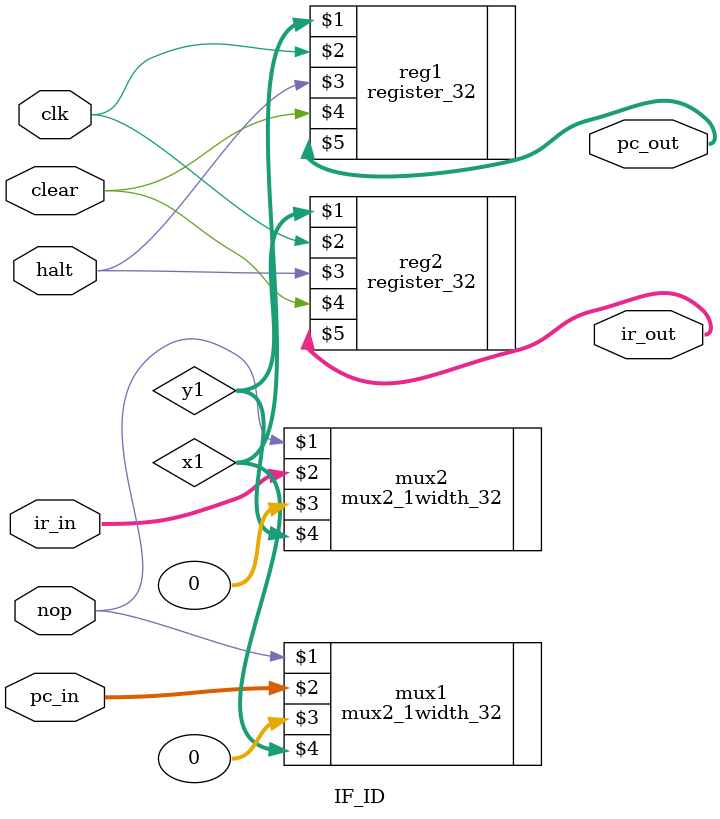
<source format=v>
`timescale 1ns / 1ps


module IF_ID(pc_in, ir_in, clk, halt, nop, clear, 
	pc_out, ir_out
    );
	input [31:0] pc_in, ir_in;
	input clk, halt, nop, clear;
	output [31:0] pc_out, ir_out;

	wire[31:0] x1, y1;

	mux2_1width_32 mux1(nop, pc_in, 32'b0, x1);
	register_32 reg1(x1, clk, halt, clear, pc_out);

	mux2_1width_32 mux2(nop, ir_in, 32'b0, y1);
	register_32 reg2(y1, clk, halt, clear, ir_out);
endmodule

</source>
